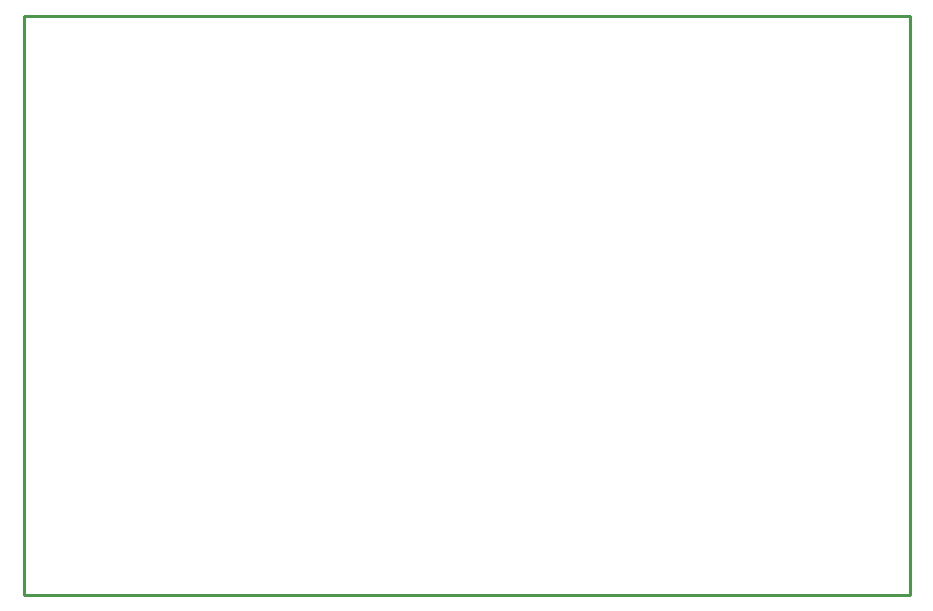
<source format=gm1>
G04*
G04 #@! TF.GenerationSoftware,Altium Limited,Altium Designer,21.8.1 (53)*
G04*
G04 Layer_Color=16711935*
%FSLAX25Y25*%
%MOIN*%
G70*
G04*
G04 #@! TF.SameCoordinates,C3BC6F45-041D-44BD-81EA-7FCEF9ED4BC6*
G04*
G04*
G04 #@! TF.FilePolarity,Positive*
G04*
G01*
G75*
%ADD59C,0.01000*%
D59*
X0Y0D02*
Y192913D01*
X295276D01*
Y0D02*
Y192913D01*
X0Y0D02*
X295276D01*
M02*

</source>
